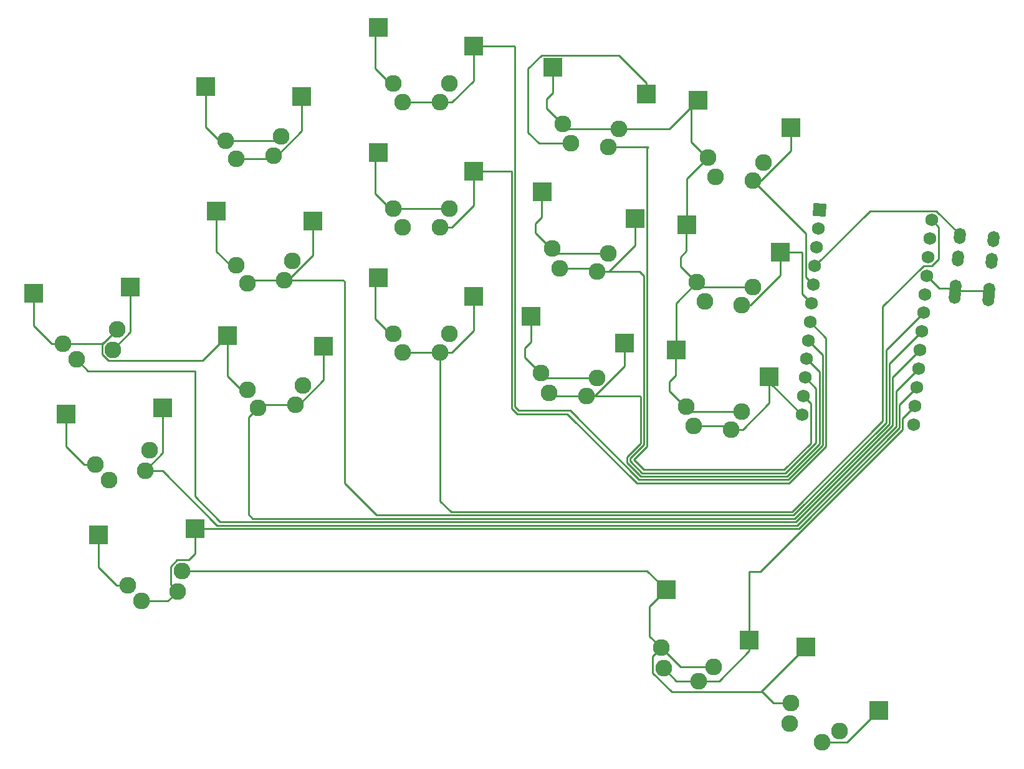
<source format=gbr>
%TF.GenerationSoftware,KiCad,Pcbnew,(6.0.2-0)*%
%TF.CreationDate,2022-05-11T10:09:56-07:00*%
%TF.ProjectId,Untitled,556e7469-746c-4656-942e-6b696361645f,v1.0.0*%
%TF.SameCoordinates,Original*%
%TF.FileFunction,Copper,L1,Top*%
%TF.FilePolarity,Positive*%
%FSLAX46Y46*%
G04 Gerber Fmt 4.6, Leading zero omitted, Abs format (unit mm)*
G04 Created by KiCad (PCBNEW (6.0.2-0)) date 2022-05-11 10:09:56*
%MOMM*%
%LPD*%
G01*
G04 APERTURE LIST*
G04 Aperture macros list*
%AMHorizOval*
0 Thick line with rounded ends*
0 $1 width*
0 $2 $3 position (X,Y) of the first rounded end (center of the circle)*
0 $4 $5 position (X,Y) of the second rounded end (center of the circle)*
0 Add line between two ends*
20,1,$1,$2,$3,$4,$5,0*
0 Add two circle primitives to create the rounded ends*
1,1,$1,$2,$3*
1,1,$1,$4,$5*%
%AMRotRect*
0 Rectangle, with rotation*
0 The origin of the aperture is its center*
0 $1 length*
0 $2 width*
0 $3 Rotation angle, in degrees counterclockwise*
0 Add horizontal line*
21,1,$1,$2,0,0,$3*%
G04 Aperture macros list end*
%TA.AperFunction,SMDPad,CuDef*%
%ADD10R,2.550000X2.500000*%
%TD*%
%TA.AperFunction,ComponentPad*%
%ADD11C,2.286000*%
%TD*%
%TA.AperFunction,ComponentPad*%
%ADD12RotRect,1.752600X1.752600X265.000000*%
%TD*%
%TA.AperFunction,ComponentPad*%
%ADD13C,1.752600*%
%TD*%
%TA.AperFunction,ComponentPad*%
%ADD14HorizOval,1.600000X-0.026147X-0.298858X0.026147X0.298858X0*%
%TD*%
%TA.AperFunction,Conductor*%
%ADD15C,0.250000*%
%TD*%
G04 APERTURE END LIST*
D10*
%TO.P,S5,1*%
%TO.N,P5*%
X10986413Y36549402D03*
%TO.P,S5,2*%
%TO.N,GND*%
X-2157510Y35657099D03*
%TD*%
D11*
%TO.P,S20,1*%
%TO.N,P15*%
X67825695Y22191236D03*
X72886364Y21748484D03*
%TO.P,S20,2*%
%TO.N,GND*%
X74372907Y24168131D03*
X66781904Y24832258D03*
%TD*%
D10*
%TO.P,S23,1*%
%TO.N,P16*%
X81041491Y62813985D03*
%TO.P,S23,2*%
%TO.N,GND*%
X68385058Y66470982D03*
%TD*%
%TO.P,S3,1*%
%TO.N,P6*%
X15386337Y20128663D03*
%TO.P,S3,2*%
%TO.N,GND*%
X2242414Y19236360D03*
%TD*%
D11*
%TO.P,S30,1*%
%TO.N,P21*%
X90465943Y51496189D03*
X95526612Y51053437D03*
%TO.P,S30,2*%
%TO.N,GND*%
X89422152Y54137211D03*
X97013155Y53473084D03*
%TD*%
D10*
%TO.P,S13,1*%
%TO.N,P1*%
X57602133Y35301886D03*
%TO.P,S13,2*%
%TO.N,GND*%
X44675133Y37841886D03*
%TD*%
D11*
%TO.P,S22,1*%
%TO.N,P14*%
X74368012Y38683794D03*
X69307343Y39126546D03*
%TO.P,S22,2*%
%TO.N,GND*%
X68263552Y41767568D03*
X75854555Y41103441D03*
%TD*%
D10*
%TO.P,S1,1*%
%TO.N,P7*%
X19786260Y3707924D03*
%TO.P,S1,2*%
%TO.N,GND*%
X6642337Y2815621D03*
%TD*%
%TO.P,S11,1*%
%TO.N,P0*%
X34275038Y62414586D03*
%TO.P,S11,2*%
%TO.N,GND*%
X21175853Y63818258D03*
%TD*%
D11*
%TO.P,S28,1*%
%TO.N,P20*%
X88984295Y34560879D03*
X94044964Y34118127D03*
%TO.P,S28,2*%
%TO.N,GND*%
X95531507Y36537774D03*
X87940504Y37201901D03*
%TD*%
%TO.P,S34,1*%
%TO.N,P9*%
X100525004Y-22813186D03*
X104924414Y-25353186D03*
%TO.P,S34,2*%
%TO.N,GND*%
X100695152Y-19978482D03*
X107294266Y-23788482D03*
%TD*%
D12*
%TO.P,MCU1,1*%
%TO.N,RAW*%
X104615474Y47017275D03*
D13*
%TO.P,MCU1,2*%
%TO.N,GND*%
X104394099Y44486940D03*
%TO.P,MCU1,3*%
%TO.N,RST*%
X104172723Y41956606D03*
%TO.P,MCU1,4*%
%TO.N,VCC*%
X103951347Y39426271D03*
%TO.P,MCU1,5*%
%TO.N,P21*%
X103729972Y36895937D03*
%TO.P,MCU1,6*%
%TO.N,P20*%
X103508596Y34365602D03*
%TO.P,MCU1,7*%
%TO.N,P19*%
X103287221Y31835267D03*
%TO.P,MCU1,8*%
%TO.N,P18*%
X103065845Y29304933D03*
%TO.P,MCU1,9*%
%TO.N,P15*%
X102844469Y26774598D03*
%TO.P,MCU1,10*%
%TO.N,P14*%
X102623094Y24244264D03*
%TO.P,MCU1,11*%
%TO.N,P16*%
X102401718Y21713929D03*
%TO.P,MCU1,12*%
%TO.N,P10*%
X102180343Y19183595D03*
%TO.P,MCU1,13*%
%TO.N,P1*%
X119797481Y45689021D03*
%TO.P,MCU1,14*%
%TO.N,P0*%
X119576106Y43158687D03*
%TO.P,MCU1,15*%
%TO.N,GND*%
X119354730Y40628352D03*
%TO.P,MCU1,16*%
X119133355Y38098018D03*
%TO.P,MCU1,17*%
%TO.N,P2*%
X118911979Y35567683D03*
%TO.P,MCU1,18*%
%TO.N,P3*%
X118690603Y33037349D03*
%TO.P,MCU1,19*%
%TO.N,P4*%
X118469228Y30507014D03*
%TO.P,MCU1,20*%
%TO.N,P5*%
X118247852Y27976679D03*
%TO.P,MCU1,21*%
%TO.N,P6*%
X118026477Y25446345D03*
%TO.P,MCU1,22*%
%TO.N,P7*%
X117805101Y22916010D03*
%TO.P,MCU1,23*%
%TO.N,P8*%
X117583725Y20385676D03*
%TO.P,MCU1,24*%
%TO.N,P9*%
X117362350Y17855341D03*
%TD*%
D11*
%TO.P,S18,1*%
%TO.N,P18*%
X53057133Y61681886D03*
X47977133Y61681886D03*
%TO.P,S18,2*%
%TO.N,GND*%
X54327133Y64221886D03*
X46707133Y64221886D03*
%TD*%
%TO.P,S4,1*%
%TO.N,P6*%
X12968405Y11591975D03*
X8061502Y10277174D03*
%TO.P,S4,2*%
%TO.N,GND*%
X13537731Y14374127D03*
X6177376Y12401926D03*
%TD*%
D10*
%TO.P,S31,1*%
%TO.N,P8*%
X95038891Y-11442150D03*
%TO.P,S31,2*%
%TO.N,GND*%
X83760216Y-4634037D03*
%TD*%
%TO.P,S27,1*%
%TO.N,P20*%
X99236796Y41313008D03*
%TO.P,S27,2*%
%TO.N,GND*%
X86580363Y44970005D03*
%TD*%
%TO.P,S29,1*%
%TO.N,P21*%
X100718444Y58248318D03*
%TO.P,S29,2*%
%TO.N,GND*%
X88062011Y61905315D03*
%TD*%
D11*
%TO.P,S6,1*%
%TO.N,P5*%
X8568481Y28012714D03*
X3661578Y26697913D03*
%TO.P,S6,2*%
%TO.N,GND*%
X1777452Y28822665D03*
X9137807Y30794866D03*
%TD*%
%TO.P,S14,1*%
%TO.N,P1*%
X47977133Y27681886D03*
X53057133Y27681886D03*
%TO.P,S14,2*%
%TO.N,GND*%
X54327133Y30221886D03*
X46707133Y30221886D03*
%TD*%
%TO.P,S8,1*%
%TO.N,P4*%
X33374755Y20556840D03*
X28314086Y20114088D03*
%TO.P,S8,2*%
%TO.N,GND*%
X26827543Y22533735D03*
X34418546Y23197862D03*
%TD*%
%TO.P,S32,1*%
%TO.N,P8*%
X83388156Y-15310664D03*
X88161795Y-17048127D03*
%TO.P,S32,2*%
%TO.N,GND*%
X83063478Y-12489480D03*
X90223936Y-15095673D03*
%TD*%
D10*
%TO.P,S21,1*%
%TO.N,P14*%
X79559844Y45878675D03*
%TO.P,S21,2*%
%TO.N,GND*%
X66903411Y49535672D03*
%TD*%
D14*
%TO.P,REF\u002A\u002A,1*%
%TO.N,GND*%
X127535140Y34983000D03*
X122952644Y35383916D03*
%TO.P,REF\u002A\u002A,2*%
X127631011Y36078814D03*
X123048516Y36479730D03*
%TO.P,REF\u002A\u002A,3*%
%TO.N,P2*%
X127979634Y40063593D03*
X123397139Y40464509D03*
%TO.P,REF\u002A\u002A,4*%
%TO.N,VCC*%
X128241102Y43052177D03*
X123658606Y43453093D03*
%TD*%
D10*
%TO.P,S25,1*%
%TO.N,P10*%
X97755149Y24377698D03*
%TO.P,S25,2*%
%TO.N,GND*%
X85098716Y28034695D03*
%TD*%
%TO.P,S15,1*%
%TO.N,P19*%
X57602133Y52301886D03*
%TO.P,S15,2*%
%TO.N,GND*%
X44675133Y54841886D03*
%TD*%
%TO.P,S7,1*%
%TO.N,P4*%
X37238333Y28543966D03*
%TO.P,S7,2*%
%TO.N,GND*%
X24139148Y29947638D03*
%TD*%
D11*
%TO.P,S16,1*%
%TO.N,P19*%
X47977133Y44681886D03*
X53057133Y44681886D03*
%TO.P,S16,2*%
%TO.N,GND*%
X54327133Y47221886D03*
X46707133Y47221886D03*
%TD*%
%TO.P,S10,1*%
%TO.N,P3*%
X26832438Y37049398D03*
X31893107Y37492150D03*
%TO.P,S10,2*%
%TO.N,GND*%
X32936898Y40133172D03*
X25345895Y39469045D03*
%TD*%
D10*
%TO.P,S9,1*%
%TO.N,P3*%
X35756685Y45479276D03*
%TO.P,S9,2*%
%TO.N,GND*%
X22657500Y46882948D03*
%TD*%
D11*
%TO.P,S2,1*%
%TO.N,P7*%
X12461425Y-6143565D03*
X17368328Y-4828764D03*
%TO.P,S2,2*%
%TO.N,GND*%
X10577299Y-4018813D03*
X17937654Y-2046612D03*
%TD*%
D10*
%TO.P,S19,1*%
%TO.N,P15*%
X78078196Y28943365D03*
%TO.P,S19,2*%
%TO.N,GND*%
X65421763Y32600362D03*
%TD*%
D11*
%TO.P,S24,1*%
%TO.N,P16*%
X70788990Y56061856D03*
X75849659Y55619104D03*
%TO.P,S24,2*%
%TO.N,GND*%
X77336202Y58038751D03*
X69745199Y58702878D03*
%TD*%
D10*
%TO.P,S33,1*%
%TO.N,P9*%
X112670499Y-21026572D03*
%TO.P,S33,2*%
%TO.N,GND*%
X102745389Y-12363368D03*
%TD*%
%TO.P,S17,1*%
%TO.N,P18*%
X57602133Y69301886D03*
%TO.P,S17,2*%
%TO.N,GND*%
X44675133Y71841886D03*
%TD*%
D11*
%TO.P,S26,1*%
%TO.N,P10*%
X92563317Y17182817D03*
X87502648Y17625569D03*
%TO.P,S26,2*%
%TO.N,GND*%
X94049860Y19602464D03*
X86458857Y20266591D03*
%TD*%
%TO.P,S12,1*%
%TO.N,P0*%
X25350791Y53984708D03*
X30411460Y54427460D03*
%TO.P,S12,2*%
%TO.N,GND*%
X31455251Y57068482D03*
X23864248Y56404355D03*
%TD*%
D15*
%TO.N,P7*%
X16053527Y-6143565D02*
X12461425Y-6143565D01*
X16470143Y-3930579D02*
X17368328Y-4828764D01*
X98587141Y3698050D02*
X98597015Y3707924D01*
X18925346Y-579101D02*
X17329790Y-579101D01*
X16470143Y-1438748D02*
X16470143Y-3930579D01*
X115430480Y17376198D02*
X101757541Y3703259D01*
X98247676Y3707924D02*
X19786260Y3707924D01*
X19786260Y281813D02*
X18925346Y-579101D01*
X17368328Y-4828764D02*
X16053527Y-6143565D01*
X98252341Y3703259D02*
X98247676Y3707924D01*
X17329790Y-579101D02*
X16470143Y-1438748D01*
X19786260Y3707924D02*
X19786260Y281813D01*
X98597015Y3707924D02*
X98247676Y3707924D01*
X117805101Y22916010D02*
X115430480Y20541389D01*
X101757541Y3703259D02*
X98252341Y3703259D01*
X115430480Y20541389D02*
X115430480Y17376198D01*
%TO.N,GND*%
X44211712Y37378465D02*
X44211712Y32254299D01*
X68927679Y41103441D02*
X75854555Y41103441D01*
X2242414Y14844505D02*
X4684993Y12401926D01*
X69745199Y58702878D02*
X70409326Y58038751D01*
X86508734Y41486117D02*
X85671291Y40648674D01*
X7960617Y26545203D02*
X7100970Y27404850D01*
X65350134Y29116474D02*
X64512691Y28279031D01*
X22633931Y46859379D02*
X22633931Y41381105D01*
X88062011Y61905315D02*
X84195447Y58038751D01*
X7165606Y28822665D02*
X1777452Y28822665D01*
X54327133Y47221886D02*
X46707133Y47221886D01*
X-2157510Y35657099D02*
X-2157510Y31265244D01*
X81513378Y-6880875D02*
X81513378Y-10939380D01*
X84189644Y23713364D02*
X84189644Y22400026D01*
X81920645Y-15918528D02*
X81920645Y-13632313D01*
X24139148Y29947638D02*
X20736713Y26545203D01*
X89422152Y54137211D02*
X86580363Y51295422D01*
X44211712Y66254299D02*
X46244125Y64221886D01*
X87152939Y60996243D02*
X87152939Y56270646D01*
X68385058Y66470982D02*
X68313429Y66399353D01*
X64512691Y26965693D02*
X66646126Y24832258D01*
X66831782Y46032229D02*
X65994339Y45194786D01*
X9137807Y30794866D02*
X7165606Y28822665D01*
X85027087Y27963066D02*
X85027087Y24550807D01*
X46244125Y30221886D02*
X46707133Y30221886D01*
X64512691Y28279031D02*
X64512691Y26965693D01*
X102745389Y-12363368D02*
X96719379Y-18389379D01*
X20736713Y26545203D02*
X7960617Y26545203D01*
X65421763Y32600362D02*
X65350134Y32528733D01*
X67446031Y24168131D02*
X74372907Y24168131D01*
X66831782Y49464043D02*
X66831782Y46032229D01*
X68313429Y66399353D02*
X68313429Y62987094D01*
X87940504Y37201901D02*
X88604631Y36537774D01*
X85671291Y39335336D02*
X87804726Y37201901D01*
X22657500Y46882948D02*
X22633931Y46859379D01*
X23064344Y56404355D02*
X23864248Y56404355D01*
X94049860Y19602464D02*
X87122984Y19602464D01*
X44675133Y37841886D02*
X44211712Y37378465D01*
X86323079Y20266591D02*
X86458857Y20266591D01*
X68313429Y62987094D02*
X67475986Y62149651D01*
X66646126Y24832258D02*
X66781904Y24832258D01*
X6642337Y2815621D02*
X6642337Y-1576234D01*
X65994339Y43901003D02*
X68127774Y41767568D01*
X30791124Y56404355D02*
X23864248Y56404355D01*
X65350134Y32528733D02*
X65350134Y29116474D01*
X4684993Y12401926D02*
X6177376Y12401926D01*
X24139148Y29947638D02*
X24115579Y29924069D01*
X83760216Y-4634037D02*
X81172791Y-2046612D01*
X81172791Y-2046612D02*
X17937654Y-2046612D01*
X87940504Y37201901D02*
X85098716Y34360113D01*
X44211712Y32254299D02*
X46244125Y30221886D01*
X44211712Y49254299D02*
X46244125Y47221886D01*
X88062011Y61905315D02*
X87152939Y60996243D01*
X86580363Y44970005D02*
X86508734Y44898376D01*
X98308482Y-19978482D02*
X96719379Y-18389379D01*
X86580363Y51295422D02*
X86580363Y44970005D01*
X81920645Y-13632313D02*
X83063478Y-12489480D01*
X46244125Y64221886D02*
X46707133Y64221886D01*
X7100970Y27404850D02*
X7100970Y28758029D01*
X44675133Y71841886D02*
X44211712Y71378465D01*
X83760216Y-4634037D02*
X81513378Y-6880875D01*
X24115579Y24445795D02*
X26027639Y22533735D01*
X70409326Y58038751D02*
X77336202Y58038751D01*
X85098716Y28034695D02*
X85027087Y27963066D01*
X2242414Y19236360D02*
X2242414Y14844505D01*
X31455251Y57068482D02*
X30791124Y56404355D01*
X89286374Y54137211D02*
X89422152Y54137211D01*
X24545991Y39469045D02*
X25345895Y39469045D01*
X68127774Y41767568D02*
X68263552Y41767568D01*
X87152939Y56270646D02*
X89286374Y54137211D01*
X6642337Y-1576234D02*
X9084916Y-4018813D01*
X285069Y28822665D02*
X1777452Y28822665D01*
X86508734Y44898376D02*
X86508734Y41486117D01*
X123331056Y36411317D02*
X120820056Y36411317D01*
X84517755Y-18515638D02*
X81920645Y-15918528D01*
X67475986Y60836313D02*
X69609421Y58702878D01*
X87122984Y19602464D02*
X86458857Y20266591D01*
X26027639Y22533735D02*
X26827543Y22533735D01*
X120820056Y36411317D02*
X119133355Y38098018D01*
X87804726Y37201901D02*
X87940504Y37201901D01*
X96593119Y-18515638D02*
X84517755Y-18515638D01*
X66903411Y49535672D02*
X66831782Y49464043D01*
X85671291Y40648674D02*
X85671291Y39335336D01*
X7100970Y28758029D02*
X9137807Y30794866D01*
X21175853Y63818258D02*
X21152284Y63794689D01*
X96719379Y-18389379D02*
X96593119Y-18515638D01*
X83063478Y-12489480D02*
X85669671Y-15095673D01*
X22633931Y41381105D02*
X24545991Y39469045D01*
X44675133Y54841886D02*
X44211712Y54378465D01*
X85669671Y-15095673D02*
X90223936Y-15095673D01*
X84195447Y58038751D02*
X77336202Y58038751D01*
X44211712Y54378465D02*
X44211712Y49254299D01*
X24115579Y29924069D02*
X24115579Y24445795D01*
X88604631Y36537774D02*
X95531507Y36537774D01*
X67475986Y62149651D02*
X67475986Y60836313D01*
X44211712Y71378465D02*
X44211712Y66254299D01*
X65994339Y45194786D02*
X65994339Y43901003D01*
X-2157510Y31265244D02*
X285069Y28822665D01*
X9084916Y-4018813D02*
X10577299Y-4018813D01*
X85027087Y24550807D02*
X84189644Y23713364D01*
X127913551Y36010401D02*
X123731972Y36010401D01*
X123731972Y36010401D02*
X123331056Y36411317D01*
X85098716Y34360113D02*
X85098716Y28034695D01*
X68263552Y41767568D02*
X68927679Y41103441D01*
X69609421Y58702878D02*
X69745199Y58702878D01*
X100695152Y-19978482D02*
X98308482Y-19978482D01*
X84189644Y22400026D02*
X86323079Y20266591D01*
X46244125Y47221886D02*
X46707133Y47221886D01*
X21152284Y58316415D02*
X23064344Y56404355D01*
X21152284Y63794689D02*
X21152284Y58316415D01*
X66781904Y24832258D02*
X67446031Y24168131D01*
X81513378Y-10939380D02*
X83063478Y-12489480D01*
%TO.N,P6*%
X114980960Y22400828D02*
X118026477Y25446345D01*
X15386337Y20128663D02*
X15386337Y14009907D01*
X12968405Y11591975D02*
X15318025Y11591975D01*
X22752556Y4157444D02*
X101576008Y4157444D01*
X101576008Y4157444D02*
X114980960Y17562396D01*
X114980960Y17562396D02*
X114980960Y22400828D01*
X15386337Y14009907D02*
X12968405Y11591975D01*
X15318025Y11591975D02*
X22752556Y4157444D01*
%TO.N,P5*%
X114531440Y17748594D02*
X101401223Y4618377D01*
X23171623Y4618377D02*
X19730000Y8060000D01*
X114531440Y24260267D02*
X114531440Y17748594D01*
X118247852Y27976679D02*
X114531440Y24260267D01*
X10986413Y30430646D02*
X8568481Y28012714D01*
X19730000Y25130000D02*
X5229491Y25130000D01*
X19730000Y8060000D02*
X19730000Y25130000D01*
X101401223Y4618377D02*
X23171623Y4618377D01*
X5229491Y25130000D02*
X3661578Y26697913D01*
X10986413Y36549402D02*
X10986413Y30430646D01*
%TO.N,P4*%
X33852899Y20556840D02*
X33374755Y20556840D01*
X101226648Y5079520D02*
X27580480Y5079520D01*
X114081920Y17934792D02*
X101226648Y5079520D01*
X118469228Y30507014D02*
X114081920Y26119706D01*
X37238333Y23942274D02*
X33852899Y20556840D01*
X27580480Y5079520D02*
X27010000Y5650000D01*
X27010000Y18810002D02*
X28314086Y20114088D01*
X27010000Y5650000D02*
X27010000Y18810002D01*
X28756838Y20556840D02*
X28314086Y20114088D01*
X114081920Y26119706D02*
X114081920Y17934792D01*
X33374755Y20556840D02*
X28756838Y20556840D01*
X37238333Y28543966D02*
X37238333Y23942274D01*
%TO.N,P3*%
X27275190Y37492150D02*
X26832438Y37049398D01*
X40050000Y37280000D02*
X40050000Y9870000D01*
X31893107Y37492150D02*
X39837850Y37492150D01*
X31893107Y37492150D02*
X27275190Y37492150D01*
X32371251Y37492150D02*
X31893107Y37492150D01*
X113632400Y27979146D02*
X118690603Y33037349D01*
X40050000Y9870000D02*
X44390960Y5529040D01*
X39837850Y37492150D02*
X40050000Y37280000D01*
X35756685Y45479276D02*
X35756685Y40877584D01*
X101040449Y5529040D02*
X113632400Y18120991D01*
X113632400Y18120991D02*
X113632400Y27979146D01*
X35756685Y40877584D02*
X32371251Y37492150D01*
X44390960Y5529040D02*
X101040449Y5529040D01*
%TO.N,P0*%
X25350791Y53984708D02*
X29968708Y53984708D01*
X29968708Y53984708D02*
X30411460Y54427460D01*
X30889604Y54427460D02*
X30411460Y54427460D01*
X34275038Y62414586D02*
X34275038Y57812894D01*
X34275038Y57812894D02*
X30889604Y54427460D01*
%TO.N,P1*%
X113182880Y18307188D02*
X100854252Y5978560D01*
X120776917Y40352335D02*
X119852123Y39427541D01*
X53057133Y7432867D02*
X53057133Y27681886D01*
X119852123Y39427541D02*
X118717541Y39427541D01*
X54673579Y27681886D02*
X53057133Y27681886D01*
X54511440Y5978560D02*
X53057133Y7432867D01*
X119797481Y45689021D02*
X120776917Y44709585D01*
X57602133Y35301886D02*
X57602133Y30610440D01*
X118717541Y39427541D02*
X113182880Y33892880D01*
X120776917Y44709585D02*
X120776917Y40352335D01*
X100854252Y5978560D02*
X54511440Y5978560D01*
X57602133Y30610440D02*
X54673579Y27681886D01*
X113182880Y33892880D02*
X113182880Y18307188D01*
X53057133Y27681886D02*
X47977133Y27681886D01*
%TO.N,P19*%
X57602133Y47610440D02*
X54673579Y44681886D01*
X62740480Y20073803D02*
X62740480Y52310000D01*
X63534282Y19280000D02*
X62740480Y20073803D01*
X62740480Y52310000D02*
X62732366Y52301886D01*
X70340000Y19280000D02*
X63534282Y19280000D01*
X105479520Y29642968D02*
X105479520Y14866651D01*
X105479520Y14866651D02*
X100482869Y9870000D01*
X79750000Y9870000D02*
X70340000Y19280000D01*
X57602133Y52301886D02*
X57602133Y47610440D01*
X103287221Y31835267D02*
X105479520Y29642968D01*
X62732366Y52301886D02*
X57602133Y52301886D01*
X54673579Y44681886D02*
X53057133Y44681886D01*
X100482869Y9870000D02*
X79750000Y9870000D01*
%TO.N,P18*%
X53057133Y61681886D02*
X47977133Y61681886D01*
X57602133Y64610440D02*
X54673579Y61681886D01*
X105030000Y27340778D02*
X105030000Y15052849D01*
X57602133Y69301886D02*
X57602133Y64610440D01*
X63700000Y19750000D02*
X63190000Y20260000D01*
X103065845Y29304933D02*
X105030000Y27340778D01*
X54673579Y61681886D02*
X53057133Y61681886D01*
X80078560Y10371440D02*
X70700000Y19750000D01*
X100348591Y10371440D02*
X80078560Y10371440D01*
X105030000Y15052849D02*
X100348591Y10371440D01*
X63190000Y69230000D02*
X63118114Y69301886D01*
X70700000Y19750000D02*
X63700000Y19750000D01*
X63118114Y69301886D02*
X57602133Y69301886D01*
X63190000Y20260000D02*
X63190000Y69230000D01*
%TO.N,P15*%
X78078196Y25798045D02*
X74028635Y21748484D01*
X80161831Y21748484D02*
X72886364Y21748484D01*
X80260315Y15286033D02*
X80260315Y21650000D01*
X72886364Y21748484D02*
X68268447Y21748484D01*
X78430960Y13456677D02*
X80260315Y15286033D01*
X68268447Y21748484D02*
X67825695Y22191236D01*
X104549520Y15208086D02*
X100162394Y10820960D01*
X78078196Y28943365D02*
X78078196Y25798045D01*
X100162394Y10820960D02*
X80307604Y10820960D01*
X74028635Y21748484D02*
X72886364Y21748484D01*
X102844469Y26774598D02*
X104549520Y25069547D01*
X80260315Y21650000D02*
X80161831Y21748484D01*
X104549520Y25069547D02*
X104549520Y15208086D01*
X78430960Y12697604D02*
X78430960Y13456677D01*
X80307604Y10820960D02*
X78430960Y12697604D01*
%TO.N,P14*%
X80493802Y11270480D02*
X78880480Y12883802D01*
X75984458Y38683794D02*
X74368012Y38683794D01*
X99976197Y11270480D02*
X80493802Y11270480D01*
X104100000Y22767358D02*
X104100000Y15394283D01*
X80709835Y38080165D02*
X80106206Y38683794D01*
X79559844Y45878675D02*
X79559844Y42259180D01*
X69307343Y39126546D02*
X73925260Y39126546D01*
X80106206Y38683794D02*
X74368012Y38683794D01*
X102623094Y24244264D02*
X104100000Y22767358D01*
X79559844Y42259180D02*
X75984458Y38683794D01*
X78880480Y13270480D02*
X80709835Y15099835D01*
X80709835Y15099835D02*
X80709835Y38080165D01*
X104100000Y15394283D02*
X99976197Y11270480D01*
X73925260Y39126546D02*
X74368012Y38683794D01*
X78880480Y12883802D02*
X78880480Y13270480D01*
%TO.N,P16*%
X103381154Y15311154D02*
X99790000Y11720000D01*
X81159355Y55429355D02*
X81280000Y55550000D01*
X81159355Y14899355D02*
X81159355Y55429355D01*
X103381154Y20734493D02*
X103381154Y15311154D01*
X81041491Y62813985D02*
X81041491Y64313985D01*
X77297761Y68057715D02*
X66797769Y68057715D01*
X81280000Y55550000D02*
X81210896Y55619104D01*
X80680000Y11720000D02*
X79330000Y13070000D01*
X64980000Y57560000D02*
X66478144Y56061856D01*
X66478144Y56061856D02*
X70788990Y56061856D01*
X66797769Y68057715D02*
X64980000Y66239946D01*
X81210896Y55619104D02*
X75849659Y55619104D01*
X81041491Y64313985D02*
X77297761Y68057715D01*
X102401718Y21713929D02*
X103381154Y20734493D01*
X99790000Y11720000D02*
X80680000Y11720000D01*
X79330000Y13070000D02*
X81159355Y14899355D01*
X64980000Y66239946D02*
X64980000Y57560000D01*
%TO.N,P10*%
X97755149Y23608789D02*
X102180343Y19183595D01*
X97755149Y20758203D02*
X94179763Y17182817D01*
X97755149Y24377698D02*
X97755149Y20758203D01*
X92120565Y17625569D02*
X92563317Y17182817D01*
X97755149Y24377698D02*
X97755149Y23608789D01*
X87502648Y17625569D02*
X92120565Y17625569D01*
X94179763Y17182817D02*
X92563317Y17182817D01*
%TO.N,P20*%
X102240000Y35634198D02*
X102240000Y41170000D01*
X99236796Y38167688D02*
X95187235Y34118127D01*
X95187235Y34118127D02*
X94044964Y34118127D01*
X99236796Y41313008D02*
X99236796Y38167688D01*
X102240000Y41170000D02*
X102096992Y41313008D01*
X102096992Y41313008D02*
X99236796Y41313008D01*
X103508596Y34365602D02*
X102240000Y35634198D01*
%TO.N,P21*%
X103729972Y36895937D02*
X102750536Y37875373D01*
X100718444Y58248318D02*
X100718444Y55102998D01*
X96668883Y51053437D02*
X95526612Y51053437D01*
X100718444Y55102998D02*
X96668883Y51053437D01*
X102750536Y43829513D02*
X95526612Y51053437D01*
X102750536Y37875373D02*
X102750536Y43829513D01*
%TO.N,P8*%
X115880000Y18681951D02*
X115880000Y17190000D01*
X85125619Y-17048127D02*
X88161795Y-17048127D01*
X88161795Y-17048127D02*
X90932914Y-17048127D01*
X95038891Y-11442150D02*
X95038891Y-2159158D01*
X83388156Y-15310664D02*
X85125619Y-17048127D01*
X90932914Y-17048127D02*
X95038891Y-12942150D01*
X95038891Y-12942150D02*
X95038891Y-11442150D01*
X96530842Y-2159158D02*
X95038891Y-2159158D01*
X115880000Y17190000D02*
X96530842Y-2159158D01*
X117583725Y20385676D02*
X115880000Y18681951D01*
%TO.N,P9*%
X112670499Y-21026572D02*
X108343885Y-25353186D01*
X108343885Y-25353186D02*
X104924414Y-25353186D01*
%TO.N,VCC*%
X120435994Y46889832D02*
X111414908Y46889832D01*
X111414908Y46889832D02*
X103951347Y39426271D01*
X123941146Y43384680D02*
X120435994Y46889832D01*
%TD*%
M02*

</source>
